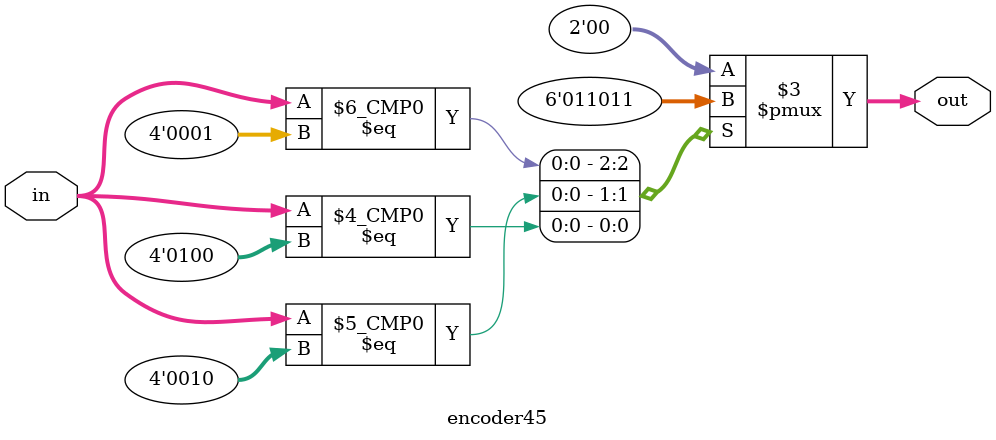
<source format=v>
module encoder45 (input [3:0] in, output reg [1:0] out);

    always @* begin
        case(in)
            4'b0001: out = 2'b01;
            4'b0010: out = 2'b10;
            4'b0100: out = 2'b11;
            default: out = 2'b00;
        endcase
    end

endmodule

</source>
